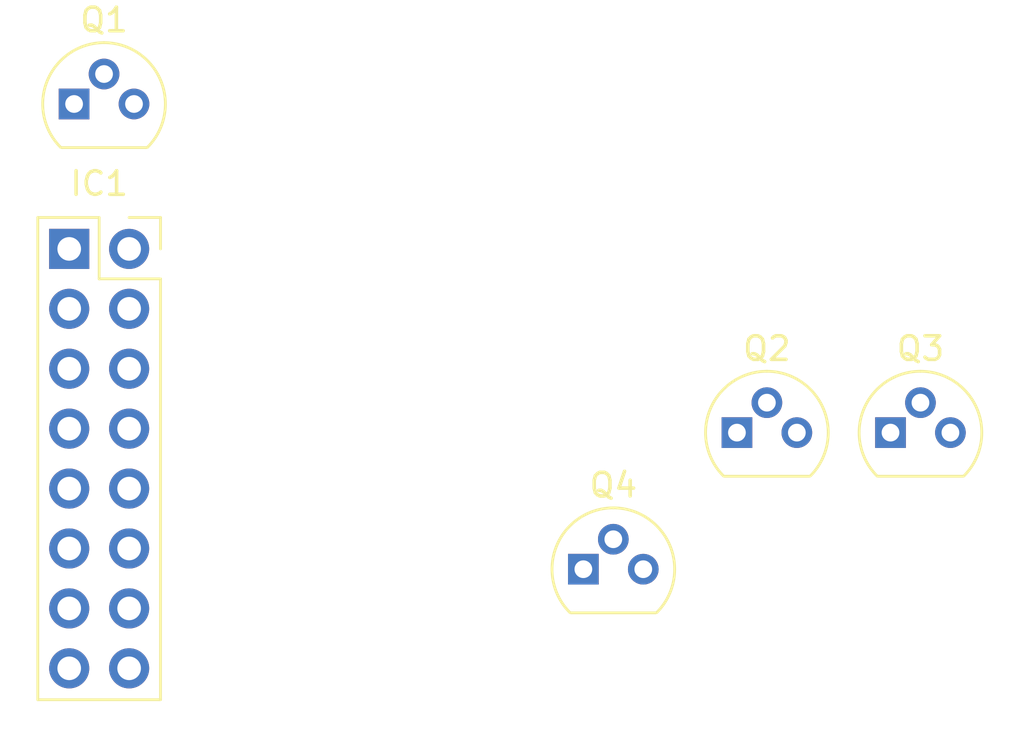
<source format=kicad_pcb>
(kicad_pcb (version 20171130) (host pcbnew "(5.1.6)-1")

  (general
    (thickness 1.6)
    (drawings 0)
    (tracks 0)
    (zones 0)
    (modules 5)
    (nets 17)
  )

  (page A4)
  (layers
    (0 F.Cu signal)
    (31 B.Cu signal)
    (32 B.Adhes user)
    (33 F.Adhes user)
    (34 B.Paste user)
    (35 F.Paste user)
    (36 B.SilkS user)
    (37 F.SilkS user)
    (38 B.Mask user)
    (39 F.Mask user)
    (40 Dwgs.User user)
    (41 Cmts.User user)
    (42 Eco1.User user)
    (43 Eco2.User user)
    (44 Edge.Cuts user)
    (45 Margin user)
    (46 B.CrtYd user)
    (47 F.CrtYd user)
    (48 B.Fab user)
    (49 F.Fab user)
  )

  (setup
    (last_trace_width 0.25)
    (trace_clearance 0.2)
    (zone_clearance 0.508)
    (zone_45_only no)
    (trace_min 0.2)
    (via_size 0.8)
    (via_drill 0.4)
    (via_min_size 0.4)
    (via_min_drill 0.3)
    (uvia_size 0.3)
    (uvia_drill 0.1)
    (uvias_allowed no)
    (uvia_min_size 0.2)
    (uvia_min_drill 0.1)
    (edge_width 0.05)
    (segment_width 0.2)
    (pcb_text_width 0.3)
    (pcb_text_size 1.5 1.5)
    (mod_edge_width 0.12)
    (mod_text_size 1 1)
    (mod_text_width 0.15)
    (pad_size 1.524 1.524)
    (pad_drill 0.762)
    (pad_to_mask_clearance 0.05)
    (aux_axis_origin 0 0)
    (visible_elements FFFFFF7F)
    (pcbplotparams
      (layerselection 0x010fc_ffffffff)
      (usegerberextensions false)
      (usegerberattributes true)
      (usegerberadvancedattributes true)
      (creategerberjobfile true)
      (excludeedgelayer true)
      (linewidth 0.100000)
      (plotframeref false)
      (viasonmask false)
      (mode 1)
      (useauxorigin false)
      (hpglpennumber 1)
      (hpglpenspeed 20)
      (hpglpendiameter 15.000000)
      (psnegative false)
      (psa4output false)
      (plotreference true)
      (plotvalue true)
      (plotinvisibletext false)
      (padsonsilk false)
      (subtractmaskfromsilk false)
      (outputformat 1)
      (mirror false)
      (drillshape 1)
      (scaleselection 1)
      (outputdirectory ""))
  )

  (net 0 "")
  (net 1 "Net-(IC1-Pad8)")
  (net 2 "Net-(IC1-Pad7)")
  (net 3 "Net-(IC1-Pad9)")
  (net 4 "Net-(IC1-Pad6)")
  (net 5 "Net-(IC1-Pad10)")
  (net 6 "Net-(IC1-Pad5)")
  (net 7 "Net-(IC1-Pad11)")
  (net 8 "Net-(IC1-Pad4)")
  (net 9 "Net-(IC1-Pad12)")
  (net 10 "Net-(IC1-Pad3)")
  (net 11 "Net-(IC1-Pad13)")
  (net 12 "Net-(IC1-Pad2)")
  (net 13 "Net-(IC1-Pad14)")
  (net 14 "Net-(IC1-Pad1)")
  (net 15 "Net-(IC1-Pad16)")
  (net 16 "Net-(IC1-Pad15)")

  (net_class Default "This is the default net class."
    (clearance 0.2)
    (trace_width 0.25)
    (via_dia 0.8)
    (via_drill 0.4)
    (uvia_dia 0.3)
    (uvia_drill 0.1)
    (add_net "Net-(IC1-Pad1)")
    (add_net "Net-(IC1-Pad10)")
    (add_net "Net-(IC1-Pad11)")
    (add_net "Net-(IC1-Pad12)")
    (add_net "Net-(IC1-Pad13)")
    (add_net "Net-(IC1-Pad14)")
    (add_net "Net-(IC1-Pad15)")
    (add_net "Net-(IC1-Pad16)")
    (add_net "Net-(IC1-Pad2)")
    (add_net "Net-(IC1-Pad3)")
    (add_net "Net-(IC1-Pad4)")
    (add_net "Net-(IC1-Pad5)")
    (add_net "Net-(IC1-Pad6)")
    (add_net "Net-(IC1-Pad7)")
    (add_net "Net-(IC1-Pad8)")
    (add_net "Net-(IC1-Pad9)")
  )

  (module "Arduino Relay:CD4555BE" (layer F.Cu) (tedit 5F228DCE) (tstamp 5F22E7DC)
    (at 53.387001 31.035001)
    (descr CD4555BE)
    (tags CD4555BE)
    (path /5F234E69)
    (fp_text reference IC1 (at -1.27 -2.77) (layer F.SilkS)
      (effects (font (size 1 1) (thickness 0.15)))
    )
    (fp_text value CD4555BE (at -1.27 20.55) (layer F.Fab)
      (effects (font (size 1 1) (thickness 0.15)))
    )
    (fp_line (start -4.34 19.55) (end -4.34 -1.8) (layer F.CrtYd) (width 0.05))
    (fp_line (start 1.76 19.55) (end -4.34 19.55) (layer F.CrtYd) (width 0.05))
    (fp_line (start 1.76 -1.8) (end 1.76 19.55) (layer F.CrtYd) (width 0.05))
    (fp_line (start -4.34 -1.8) (end 1.76 -1.8) (layer F.CrtYd) (width 0.05))
    (fp_line (start 0 -1.33) (end 1.33 -1.33) (layer F.SilkS) (width 0.12))
    (fp_line (start 1.33 -1.33) (end 1.33 0) (layer F.SilkS) (width 0.12))
    (fp_line (start -1.27 -1.33) (end -1.27 1.27) (layer F.SilkS) (width 0.12))
    (fp_line (start -1.27 1.27) (end 1.33 1.27) (layer F.SilkS) (width 0.12))
    (fp_line (start 1.33 1.27) (end 1.33 19.11) (layer F.SilkS) (width 0.12))
    (fp_line (start -3.87 19.11) (end 1.33 19.11) (layer F.SilkS) (width 0.12))
    (fp_line (start -3.87 -1.33) (end -3.87 19.11) (layer F.SilkS) (width 0.12))
    (fp_line (start -3.87 -1.33) (end -1.27 -1.33) (layer F.SilkS) (width 0.12))
    (fp_line (start -3.81 19.05) (end -3.81 -1.27) (layer F.Fab) (width 0.1))
    (fp_line (start 1.27 19.05) (end -3.81 19.05) (layer F.Fab) (width 0.1))
    (fp_line (start 1.27 -0.27) (end 1.27 19.05) (layer F.Fab) (width 0.1))
    (fp_line (start 0.27 -1.27) (end 1.27 -0.27) (layer F.Fab) (width 0.1))
    (fp_line (start -3.81 -1.27) (end 0.27 -1.27) (layer F.Fab) (width 0.1))
    (fp_text user %R (at -1.27 8.89 90) (layer F.Fab)
      (effects (font (size 1 1) (thickness 0.15)))
    )
    (pad 8 thru_hole oval (at -2.54 17.78) (size 1.7 1.7) (drill 1) (layers *.Cu *.Mask)
      (net 1 "Net-(IC1-Pad8)"))
    (pad 7 thru_hole oval (at 0 17.78) (size 1.7 1.7) (drill 1) (layers *.Cu *.Mask)
      (net 2 "Net-(IC1-Pad7)"))
    (pad 9 thru_hole oval (at -2.54 15.24) (size 1.7 1.7) (drill 1) (layers *.Cu *.Mask)
      (net 3 "Net-(IC1-Pad9)"))
    (pad 6 thru_hole oval (at 0 15.24) (size 1.7 1.7) (drill 1) (layers *.Cu *.Mask)
      (net 4 "Net-(IC1-Pad6)"))
    (pad 10 thru_hole oval (at -2.54 12.7) (size 1.7 1.7) (drill 1) (layers *.Cu *.Mask)
      (net 5 "Net-(IC1-Pad10)"))
    (pad 5 thru_hole oval (at 0 12.7) (size 1.7 1.7) (drill 1) (layers *.Cu *.Mask)
      (net 6 "Net-(IC1-Pad5)"))
    (pad 11 thru_hole oval (at -2.54 10.16) (size 1.7 1.7) (drill 1) (layers *.Cu *.Mask)
      (net 7 "Net-(IC1-Pad11)"))
    (pad 4 thru_hole oval (at 0 10.16) (size 1.7 1.7) (drill 1) (layers *.Cu *.Mask)
      (net 8 "Net-(IC1-Pad4)"))
    (pad 12 thru_hole oval (at -2.54 7.62) (size 1.7 1.7) (drill 1) (layers *.Cu *.Mask)
      (net 9 "Net-(IC1-Pad12)"))
    (pad 3 thru_hole oval (at 0 7.62) (size 1.7 1.7) (drill 1) (layers *.Cu *.Mask)
      (net 10 "Net-(IC1-Pad3)"))
    (pad 13 thru_hole oval (at -2.54 5.08) (size 1.7 1.7) (drill 1) (layers *.Cu *.Mask)
      (net 11 "Net-(IC1-Pad13)"))
    (pad 2 thru_hole oval (at 0 5.08) (size 1.7 1.7) (drill 1) (layers *.Cu *.Mask)
      (net 12 "Net-(IC1-Pad2)"))
    (pad 14 thru_hole oval (at -2.54 2.54) (size 1.7 1.7) (drill 1) (layers *.Cu *.Mask)
      (net 13 "Net-(IC1-Pad14)"))
    (pad 1 thru_hole oval (at 0 2.54) (size 1.7 1.7) (drill 1) (layers *.Cu *.Mask)
      (net 14 "Net-(IC1-Pad1)"))
    (pad 16 thru_hole oval (at 0 0) (size 1.7 1.7) (drill 1) (layers *.Cu *.Mask)
      (net 15 "Net-(IC1-Pad16)"))
    (pad 15 thru_hole rect (at -2.54 0) (size 1.7 1.7) (drill 1) (layers *.Cu *.Mask)
      (net 16 "Net-(IC1-Pad15)"))
    (model ${KISYS3DMOD}/Connector_PinSocket_2.54mm.3dshapes/PinSocket_2x08_P2.54mm_Vertical.wrl
      (at (xyz 0 0 0))
      (scale (xyz 1 1 1))
      (rotate (xyz 0 0 0))
    )
  )

  (module Package_TO_SOT_THT:TO-92 (layer F.Cu) (tedit 5A279852) (tstamp 5F22E7EE)
    (at 51.054 24.892)
    (descr "TO-92 leads molded, narrow, drill 0.75mm (see NXP sot054_po.pdf)")
    (tags "to-92 sc-43 sc-43a sot54 PA33 transistor")
    (path /5F236B94)
    (fp_text reference Q1 (at 1.27 -3.56) (layer F.SilkS)
      (effects (font (size 1 1) (thickness 0.15)))
    )
    (fp_text value Q_NPN_BCE (at 1.27 2.79) (layer F.Fab)
      (effects (font (size 1 1) (thickness 0.15)))
    )
    (fp_line (start 4 2.01) (end -1.46 2.01) (layer F.CrtYd) (width 0.05))
    (fp_line (start 4 2.01) (end 4 -2.73) (layer F.CrtYd) (width 0.05))
    (fp_line (start -1.46 -2.73) (end -1.46 2.01) (layer F.CrtYd) (width 0.05))
    (fp_line (start -1.46 -2.73) (end 4 -2.73) (layer F.CrtYd) (width 0.05))
    (fp_line (start -0.5 1.75) (end 3 1.75) (layer F.Fab) (width 0.1))
    (fp_line (start -0.53 1.85) (end 3.07 1.85) (layer F.SilkS) (width 0.12))
    (fp_text user %R (at 1.27 -3.56) (layer F.Fab)
      (effects (font (size 1 1) (thickness 0.15)))
    )
    (fp_arc (start 1.27 0) (end 1.27 -2.48) (angle 135) (layer F.Fab) (width 0.1))
    (fp_arc (start 1.27 0) (end 1.27 -2.6) (angle -135) (layer F.SilkS) (width 0.12))
    (fp_arc (start 1.27 0) (end 1.27 -2.48) (angle -135) (layer F.Fab) (width 0.1))
    (fp_arc (start 1.27 0) (end 1.27 -2.6) (angle 135) (layer F.SilkS) (width 0.12))
    (pad 2 thru_hole circle (at 1.27 -1.27 90) (size 1.3 1.3) (drill 0.75) (layers *.Cu *.Mask)
      (net 13 "Net-(IC1-Pad14)"))
    (pad 3 thru_hole circle (at 2.54 0 90) (size 1.3 1.3) (drill 0.75) (layers *.Cu *.Mask)
      (net 15 "Net-(IC1-Pad16)"))
    (pad 1 thru_hole rect (at 0 0 90) (size 1.3 1.3) (drill 0.75) (layers *.Cu *.Mask)
      (net 16 "Net-(IC1-Pad15)"))
    (model ${KISYS3DMOD}/Package_TO_SOT_THT.3dshapes/TO-92.wrl
      (at (xyz 0 0 0))
      (scale (xyz 1 1 1))
      (rotate (xyz 0 0 0))
    )
  )

  (module Package_TO_SOT_THT:TO-92 (layer F.Cu) (tedit 5A279852) (tstamp 5F22E800)
    (at 79.153001 38.823001)
    (descr "TO-92 leads molded, narrow, drill 0.75mm (see NXP sot054_po.pdf)")
    (tags "to-92 sc-43 sc-43a sot54 PA33 transistor")
    (path /5F2387B4)
    (fp_text reference Q2 (at 1.27 -3.56) (layer F.SilkS)
      (effects (font (size 1 1) (thickness 0.15)))
    )
    (fp_text value Q_NPN_BCE (at 1.27 2.79) (layer F.Fab)
      (effects (font (size 1 1) (thickness 0.15)))
    )
    (fp_line (start 4 2.01) (end -1.46 2.01) (layer F.CrtYd) (width 0.05))
    (fp_line (start 4 2.01) (end 4 -2.73) (layer F.CrtYd) (width 0.05))
    (fp_line (start -1.46 -2.73) (end -1.46 2.01) (layer F.CrtYd) (width 0.05))
    (fp_line (start -1.46 -2.73) (end 4 -2.73) (layer F.CrtYd) (width 0.05))
    (fp_line (start -0.5 1.75) (end 3 1.75) (layer F.Fab) (width 0.1))
    (fp_line (start -0.53 1.85) (end 3.07 1.85) (layer F.SilkS) (width 0.12))
    (fp_text user %R (at 1.27 -3.56) (layer F.Fab)
      (effects (font (size 1 1) (thickness 0.15)))
    )
    (fp_arc (start 1.27 0) (end 1.27 -2.48) (angle 135) (layer F.Fab) (width 0.1))
    (fp_arc (start 1.27 0) (end 1.27 -2.6) (angle -135) (layer F.SilkS) (width 0.12))
    (fp_arc (start 1.27 0) (end 1.27 -2.48) (angle -135) (layer F.Fab) (width 0.1))
    (fp_arc (start 1.27 0) (end 1.27 -2.6) (angle 135) (layer F.SilkS) (width 0.12))
    (pad 2 thru_hole circle (at 1.27 -1.27 90) (size 1.3 1.3) (drill 0.75) (layers *.Cu *.Mask)
      (net 5 "Net-(IC1-Pad10)"))
    (pad 3 thru_hole circle (at 2.54 0 90) (size 1.3 1.3) (drill 0.75) (layers *.Cu *.Mask)
      (net 1 "Net-(IC1-Pad8)"))
    (pad 1 thru_hole rect (at 0 0 90) (size 1.3 1.3) (drill 0.75) (layers *.Cu *.Mask)
      (net 3 "Net-(IC1-Pad9)"))
    (model ${KISYS3DMOD}/Package_TO_SOT_THT.3dshapes/TO-92.wrl
      (at (xyz 0 0 0))
      (scale (xyz 1 1 1))
      (rotate (xyz 0 0 0))
    )
  )

  (module Package_TO_SOT_THT:TO-92 (layer F.Cu) (tedit 5A279852) (tstamp 5F22E812)
    (at 85.663001 38.823001)
    (descr "TO-92 leads molded, narrow, drill 0.75mm (see NXP sot054_po.pdf)")
    (tags "to-92 sc-43 sc-43a sot54 PA33 transistor")
    (path /5F2382D8)
    (fp_text reference Q3 (at 1.27 -3.56) (layer F.SilkS)
      (effects (font (size 1 1) (thickness 0.15)))
    )
    (fp_text value Q_NPN_BCE (at 1.27 2.79) (layer F.Fab)
      (effects (font (size 1 1) (thickness 0.15)))
    )
    (fp_arc (start 1.27 0) (end 1.27 -2.6) (angle 135) (layer F.SilkS) (width 0.12))
    (fp_arc (start 1.27 0) (end 1.27 -2.48) (angle -135) (layer F.Fab) (width 0.1))
    (fp_arc (start 1.27 0) (end 1.27 -2.6) (angle -135) (layer F.SilkS) (width 0.12))
    (fp_arc (start 1.27 0) (end 1.27 -2.48) (angle 135) (layer F.Fab) (width 0.1))
    (fp_text user %R (at 1.27 -3.56) (layer F.Fab)
      (effects (font (size 1 1) (thickness 0.15)))
    )
    (fp_line (start -0.53 1.85) (end 3.07 1.85) (layer F.SilkS) (width 0.12))
    (fp_line (start -0.5 1.75) (end 3 1.75) (layer F.Fab) (width 0.1))
    (fp_line (start -1.46 -2.73) (end 4 -2.73) (layer F.CrtYd) (width 0.05))
    (fp_line (start -1.46 -2.73) (end -1.46 2.01) (layer F.CrtYd) (width 0.05))
    (fp_line (start 4 2.01) (end 4 -2.73) (layer F.CrtYd) (width 0.05))
    (fp_line (start 4 2.01) (end -1.46 2.01) (layer F.CrtYd) (width 0.05))
    (pad 1 thru_hole rect (at 0 0 90) (size 1.3 1.3) (drill 0.75) (layers *.Cu *.Mask)
      (net 11 "Net-(IC1-Pad13)"))
    (pad 3 thru_hole circle (at 2.54 0 90) (size 1.3 1.3) (drill 0.75) (layers *.Cu *.Mask)
      (net 7 "Net-(IC1-Pad11)"))
    (pad 2 thru_hole circle (at 1.27 -1.27 90) (size 1.3 1.3) (drill 0.75) (layers *.Cu *.Mask)
      (net 9 "Net-(IC1-Pad12)"))
    (model ${KISYS3DMOD}/Package_TO_SOT_THT.3dshapes/TO-92.wrl
      (at (xyz 0 0 0))
      (scale (xyz 1 1 1))
      (rotate (xyz 0 0 0))
    )
  )

  (module Package_TO_SOT_THT:TO-92 (layer F.Cu) (tedit 5A279852) (tstamp 5F22E824)
    (at 72.643001 44.613001)
    (descr "TO-92 leads molded, narrow, drill 0.75mm (see NXP sot054_po.pdf)")
    (tags "to-92 sc-43 sc-43a sot54 PA33 transistor")
    (path /5F238A18)
    (fp_text reference Q4 (at 1.27 -3.56) (layer F.SilkS)
      (effects (font (size 1 1) (thickness 0.15)))
    )
    (fp_text value Q_NPN_BCE (at 1.27 2.79) (layer F.Fab)
      (effects (font (size 1 1) (thickness 0.15)))
    )
    (fp_arc (start 1.27 0) (end 1.27 -2.6) (angle 135) (layer F.SilkS) (width 0.12))
    (fp_arc (start 1.27 0) (end 1.27 -2.48) (angle -135) (layer F.Fab) (width 0.1))
    (fp_arc (start 1.27 0) (end 1.27 -2.6) (angle -135) (layer F.SilkS) (width 0.12))
    (fp_arc (start 1.27 0) (end 1.27 -2.48) (angle 135) (layer F.Fab) (width 0.1))
    (fp_text user %R (at 1.27 -3.56) (layer F.Fab)
      (effects (font (size 1 1) (thickness 0.15)))
    )
    (fp_line (start -0.53 1.85) (end 3.07 1.85) (layer F.SilkS) (width 0.12))
    (fp_line (start -0.5 1.75) (end 3 1.75) (layer F.Fab) (width 0.1))
    (fp_line (start -1.46 -2.73) (end 4 -2.73) (layer F.CrtYd) (width 0.05))
    (fp_line (start -1.46 -2.73) (end -1.46 2.01) (layer F.CrtYd) (width 0.05))
    (fp_line (start 4 2.01) (end 4 -2.73) (layer F.CrtYd) (width 0.05))
    (fp_line (start 4 2.01) (end -1.46 2.01) (layer F.CrtYd) (width 0.05))
    (pad 1 thru_hole rect (at 0 0 90) (size 1.3 1.3) (drill 0.75) (layers *.Cu *.Mask)
      (net 4 "Net-(IC1-Pad6)"))
    (pad 3 thru_hole circle (at 2.54 0 90) (size 1.3 1.3) (drill 0.75) (layers *.Cu *.Mask)
      (net 6 "Net-(IC1-Pad5)"))
    (pad 2 thru_hole circle (at 1.27 -1.27 90) (size 1.3 1.3) (drill 0.75) (layers *.Cu *.Mask)
      (net 2 "Net-(IC1-Pad7)"))
    (model ${KISYS3DMOD}/Package_TO_SOT_THT.3dshapes/TO-92.wrl
      (at (xyz 0 0 0))
      (scale (xyz 1 1 1))
      (rotate (xyz 0 0 0))
    )
  )

)

</source>
